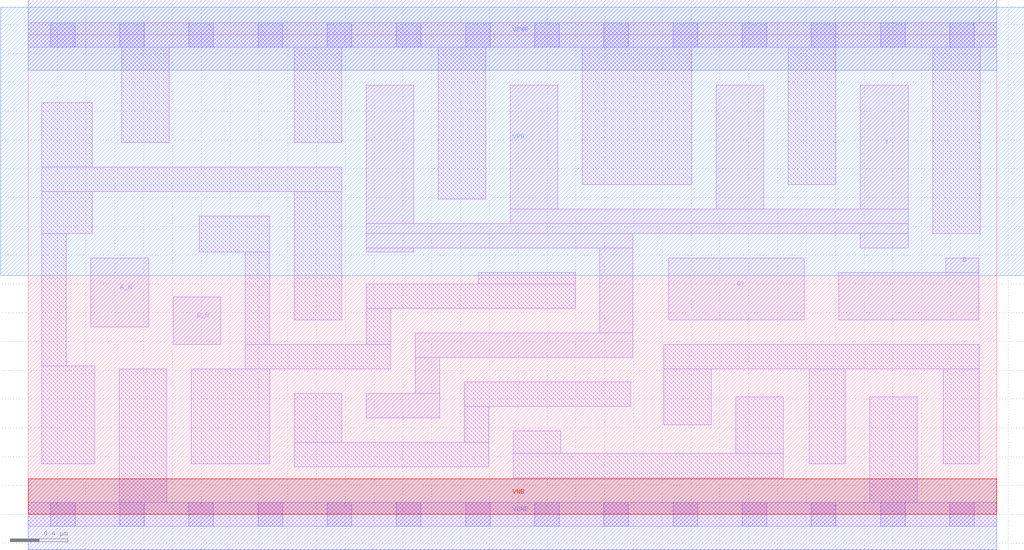
<source format=lef>
# Copyright 2020 The SkyWater PDK Authors
#
# Licensed under the Apache License, Version 2.0 (the "License");
# you may not use this file except in compliance with the License.
# You may obtain a copy of the License at
#
#     https://www.apache.org/licenses/LICENSE-2.0
#
# Unless required by applicable law or agreed to in writing, software
# distributed under the License is distributed on an "AS IS" BASIS,
# WITHOUT WARRANTIES OR CONDITIONS OF ANY KIND, either express or implied.
# See the License for the specific language governing permissions and
# limitations under the License.
#
# SPDX-License-Identifier: Apache-2.0

VERSION 5.7 ;
  NOWIREEXTENSIONATPIN ON ;
  DIVIDERCHAR "/" ;
  BUSBITCHARS "[]" ;
MACRO sky130_fd_sc_ls__nand4bb_2
  CLASS CORE ;
  FOREIGN sky130_fd_sc_ls__nand4bb_2 ;
  ORIGIN  0.000000  0.000000 ;
  SIZE  6.720000 BY  3.330000 ;
  SYMMETRY X Y ;
  SITE unit ;
  PIN A_N
    ANTENNAGATEAREA  0.246000 ;
    DIRECTION INPUT ;
    USE SIGNAL ;
    PORT
      LAYER li1 ;
        RECT 0.435000 1.300000 0.835000 1.780000 ;
    END
  END A_N
  PIN B_N
    ANTENNAGATEAREA  0.246000 ;
    DIRECTION INPUT ;
    USE SIGNAL ;
    PORT
      LAYER li1 ;
        RECT 1.005000 1.180000 1.335000 1.510000 ;
    END
  END B_N
  PIN C
    ANTENNAGATEAREA  0.558000 ;
    DIRECTION INPUT ;
    USE SIGNAL ;
    PORT
      LAYER li1 ;
        RECT 4.445000 1.350000 5.385000 1.780000 ;
    END
  END C
  PIN D
    ANTENNAGATEAREA  0.558000 ;
    DIRECTION INPUT ;
    USE SIGNAL ;
    PORT
      LAYER li1 ;
        RECT 5.625000 1.350000 6.595000 1.680000 ;
        RECT 6.365000 1.680000 6.595000 1.780000 ;
    END
  END D
  PIN Y
    ANTENNADIFFAREA  1.614500 ;
    DIRECTION OUTPUT ;
    USE SIGNAL ;
    PORT
      LAYER li1 ;
        RECT 2.345000 0.670000 2.855000 0.840000 ;
        RECT 2.345000 1.820000 2.675000 1.850000 ;
        RECT 2.345000 1.850000 4.195000 1.950000 ;
        RECT 2.345000 1.950000 6.105000 2.020000 ;
        RECT 2.345000 2.020000 2.675000 2.980000 ;
        RECT 2.685000 0.840000 2.855000 1.090000 ;
        RECT 2.685000 1.090000 4.195000 1.260000 ;
        RECT 3.345000 2.020000 6.105000 2.120000 ;
        RECT 3.345000 2.120000 3.675000 2.980000 ;
        RECT 3.965000 1.260000 4.195000 1.850000 ;
        RECT 4.775000 2.120000 5.105000 2.980000 ;
        RECT 5.775000 1.850000 6.105000 1.950000 ;
        RECT 5.775000 2.120000 6.105000 2.980000 ;
    END
  END Y
  PIN VGND
    DIRECTION INOUT ;
    SHAPE ABUTMENT ;
    USE GROUND ;
    PORT
      LAYER met1 ;
        RECT 0.000000 -0.245000 6.720000 0.245000 ;
    END
  END VGND
  PIN VNB
    DIRECTION INOUT ;
    USE GROUND ;
    PORT
      LAYER pwell ;
        RECT 0.000000 0.000000 6.720000 0.245000 ;
    END
  END VNB
  PIN VPB
    DIRECTION INOUT ;
    USE POWER ;
    PORT
      LAYER nwell ;
        RECT -0.190000 1.660000 6.910000 3.520000 ;
    END
  END VPB
  PIN VPWR
    DIRECTION INOUT ;
    SHAPE ABUTMENT ;
    USE POWER ;
    PORT
      LAYER met1 ;
        RECT 0.000000 3.085000 6.720000 3.575000 ;
    END
  END VPWR
  OBS
    LAYER li1 ;
      RECT 0.000000 -0.085000 6.720000 0.085000 ;
      RECT 0.000000  3.245000 6.720000 3.415000 ;
      RECT 0.095000  0.350000 0.460000 1.030000 ;
      RECT 0.095000  1.030000 0.265000 1.950000 ;
      RECT 0.095000  1.950000 0.445000 2.240000 ;
      RECT 0.095000  2.240000 2.175000 2.410000 ;
      RECT 0.095000  2.410000 0.445000 2.860000 ;
      RECT 0.630000  0.085000 0.960000 1.010000 ;
      RECT 0.650000  2.580000 0.980000 3.245000 ;
      RECT 1.130000  0.350000 1.675000 1.010000 ;
      RECT 1.185000  1.820000 1.675000 2.070000 ;
      RECT 1.505000  1.010000 2.515000 1.180000 ;
      RECT 1.505000  1.180000 1.675000 1.820000 ;
      RECT 1.845000  0.330000 3.195000 0.500000 ;
      RECT 1.845000  0.500000 2.175000 0.840000 ;
      RECT 1.845000  1.350000 2.175000 2.240000 ;
      RECT 1.845000  2.580000 2.175000 3.245000 ;
      RECT 2.345000  1.180000 2.515000 1.430000 ;
      RECT 2.345000  1.430000 3.795000 1.600000 ;
      RECT 2.845000  2.190000 3.175000 3.245000 ;
      RECT 3.025000  0.500000 3.195000 0.750000 ;
      RECT 3.025000  0.750000 4.180000 0.920000 ;
      RECT 3.125000  1.600000 3.795000 1.680000 ;
      RECT 3.365000  0.255000 5.240000 0.425000 ;
      RECT 3.365000  0.425000 3.695000 0.580000 ;
      RECT 3.845000  2.290000 4.605000 3.245000 ;
      RECT 4.410000  0.620000 4.740000 1.010000 ;
      RECT 4.410000  1.010000 6.600000 1.180000 ;
      RECT 4.910000  0.425000 5.240000 0.815000 ;
      RECT 5.275000  2.290000 5.605000 3.245000 ;
      RECT 5.420000  0.350000 5.670000 1.010000 ;
      RECT 5.840000  0.085000 6.170000 0.815000 ;
      RECT 6.275000  1.950000 6.605000 3.245000 ;
      RECT 6.350000  0.350000 6.600000 1.010000 ;
    LAYER mcon ;
      RECT 0.155000 -0.085000 0.325000 0.085000 ;
      RECT 0.155000  3.245000 0.325000 3.415000 ;
      RECT 0.635000 -0.085000 0.805000 0.085000 ;
      RECT 0.635000  3.245000 0.805000 3.415000 ;
      RECT 1.115000 -0.085000 1.285000 0.085000 ;
      RECT 1.115000  3.245000 1.285000 3.415000 ;
      RECT 1.595000 -0.085000 1.765000 0.085000 ;
      RECT 1.595000  3.245000 1.765000 3.415000 ;
      RECT 2.075000 -0.085000 2.245000 0.085000 ;
      RECT 2.075000  3.245000 2.245000 3.415000 ;
      RECT 2.555000 -0.085000 2.725000 0.085000 ;
      RECT 2.555000  3.245000 2.725000 3.415000 ;
      RECT 3.035000 -0.085000 3.205000 0.085000 ;
      RECT 3.035000  3.245000 3.205000 3.415000 ;
      RECT 3.515000 -0.085000 3.685000 0.085000 ;
      RECT 3.515000  3.245000 3.685000 3.415000 ;
      RECT 3.995000 -0.085000 4.165000 0.085000 ;
      RECT 3.995000  3.245000 4.165000 3.415000 ;
      RECT 4.475000 -0.085000 4.645000 0.085000 ;
      RECT 4.475000  3.245000 4.645000 3.415000 ;
      RECT 4.955000 -0.085000 5.125000 0.085000 ;
      RECT 4.955000  3.245000 5.125000 3.415000 ;
      RECT 5.435000 -0.085000 5.605000 0.085000 ;
      RECT 5.435000  3.245000 5.605000 3.415000 ;
      RECT 5.915000 -0.085000 6.085000 0.085000 ;
      RECT 5.915000  3.245000 6.085000 3.415000 ;
      RECT 6.395000 -0.085000 6.565000 0.085000 ;
      RECT 6.395000  3.245000 6.565000 3.415000 ;
  END
END sky130_fd_sc_ls__nand4bb_2
END LIBRARY

</source>
